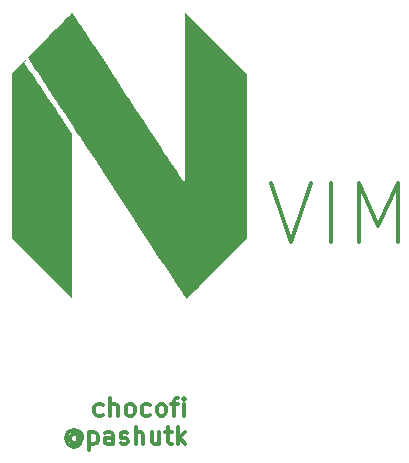
<source format=gto>
G04 #@! TF.GenerationSoftware,KiCad,Pcbnew,(6.0.10)*
G04 #@! TF.CreationDate,2023-01-07T13:36:28+01:00*
G04 #@! TF.ProjectId,chocofi-bottomplate,63686f63-6f66-4692-9d62-6f74746f6d70,2.1*
G04 #@! TF.SameCoordinates,Original*
G04 #@! TF.FileFunction,Legend,Top*
G04 #@! TF.FilePolarity,Positive*
%FSLAX46Y46*%
G04 Gerber Fmt 4.6, Leading zero omitted, Abs format (unit mm)*
G04 Created by KiCad (PCBNEW (6.0.10)) date 2023-01-07 13:36:28*
%MOMM*%
%LPD*%
G01*
G04 APERTURE LIST*
%ADD10C,0.300000*%
%ADD11C,2.700000*%
G04 APERTURE END LIST*
D10*
X133985714Y-78541904D02*
X135652380Y-83541904D01*
X137319047Y-78541904D01*
X138985714Y-83541904D02*
X138985714Y-78541904D01*
X141366666Y-83541904D02*
X141366666Y-78541904D01*
X143033333Y-82113333D01*
X144700000Y-78541904D01*
X144700000Y-83541904D01*
X119710714Y-98149642D02*
X119567857Y-98221071D01*
X119282142Y-98221071D01*
X119139285Y-98149642D01*
X119067857Y-98078214D01*
X118996428Y-97935357D01*
X118996428Y-97506785D01*
X119067857Y-97363928D01*
X119139285Y-97292500D01*
X119282142Y-97221071D01*
X119567857Y-97221071D01*
X119710714Y-97292500D01*
X120353571Y-98221071D02*
X120353571Y-96721071D01*
X120996428Y-98221071D02*
X120996428Y-97435357D01*
X120925000Y-97292500D01*
X120782142Y-97221071D01*
X120567857Y-97221071D01*
X120425000Y-97292500D01*
X120353571Y-97363928D01*
X121925000Y-98221071D02*
X121782142Y-98149642D01*
X121710714Y-98078214D01*
X121639285Y-97935357D01*
X121639285Y-97506785D01*
X121710714Y-97363928D01*
X121782142Y-97292500D01*
X121925000Y-97221071D01*
X122139285Y-97221071D01*
X122282142Y-97292500D01*
X122353571Y-97363928D01*
X122425000Y-97506785D01*
X122425000Y-97935357D01*
X122353571Y-98078214D01*
X122282142Y-98149642D01*
X122139285Y-98221071D01*
X121925000Y-98221071D01*
X123710714Y-98149642D02*
X123567857Y-98221071D01*
X123282142Y-98221071D01*
X123139285Y-98149642D01*
X123067857Y-98078214D01*
X122996428Y-97935357D01*
X122996428Y-97506785D01*
X123067857Y-97363928D01*
X123139285Y-97292500D01*
X123282142Y-97221071D01*
X123567857Y-97221071D01*
X123710714Y-97292500D01*
X124567857Y-98221071D02*
X124425000Y-98149642D01*
X124353571Y-98078214D01*
X124282142Y-97935357D01*
X124282142Y-97506785D01*
X124353571Y-97363928D01*
X124425000Y-97292500D01*
X124567857Y-97221071D01*
X124782142Y-97221071D01*
X124925000Y-97292500D01*
X124996428Y-97363928D01*
X125067857Y-97506785D01*
X125067857Y-97935357D01*
X124996428Y-98078214D01*
X124925000Y-98149642D01*
X124782142Y-98221071D01*
X124567857Y-98221071D01*
X125496428Y-97221071D02*
X126067857Y-97221071D01*
X125710714Y-98221071D02*
X125710714Y-96935357D01*
X125782142Y-96792500D01*
X125925000Y-96721071D01*
X126067857Y-96721071D01*
X126567857Y-98221071D02*
X126567857Y-97221071D01*
X126567857Y-96721071D02*
X126496428Y-96792500D01*
X126567857Y-96863928D01*
X126639285Y-96792500D01*
X126567857Y-96721071D01*
X126567857Y-96863928D01*
X117567857Y-99921785D02*
X117496428Y-99850357D01*
X117353571Y-99778928D01*
X117210714Y-99778928D01*
X117067857Y-99850357D01*
X116996428Y-99921785D01*
X116925000Y-100064642D01*
X116925000Y-100207500D01*
X116996428Y-100350357D01*
X117067857Y-100421785D01*
X117210714Y-100493214D01*
X117353571Y-100493214D01*
X117496428Y-100421785D01*
X117567857Y-100350357D01*
X117567857Y-99778928D02*
X117567857Y-100350357D01*
X117639285Y-100421785D01*
X117710714Y-100421785D01*
X117853571Y-100350357D01*
X117925000Y-100207500D01*
X117925000Y-99850357D01*
X117782142Y-99636071D01*
X117567857Y-99493214D01*
X117282142Y-99421785D01*
X116996428Y-99493214D01*
X116782142Y-99636071D01*
X116639285Y-99850357D01*
X116567857Y-100136071D01*
X116639285Y-100421785D01*
X116782142Y-100636071D01*
X116996428Y-100778928D01*
X117282142Y-100850357D01*
X117567857Y-100778928D01*
X117782142Y-100636071D01*
X118567857Y-99636071D02*
X118567857Y-101136071D01*
X118567857Y-99707500D02*
X118710714Y-99636071D01*
X118996428Y-99636071D01*
X119139285Y-99707500D01*
X119210714Y-99778928D01*
X119282142Y-99921785D01*
X119282142Y-100350357D01*
X119210714Y-100493214D01*
X119139285Y-100564642D01*
X118996428Y-100636071D01*
X118710714Y-100636071D01*
X118567857Y-100564642D01*
X120567857Y-100636071D02*
X120567857Y-99850357D01*
X120496428Y-99707500D01*
X120353571Y-99636071D01*
X120067857Y-99636071D01*
X119925000Y-99707500D01*
X120567857Y-100564642D02*
X120425000Y-100636071D01*
X120067857Y-100636071D01*
X119925000Y-100564642D01*
X119853571Y-100421785D01*
X119853571Y-100278928D01*
X119925000Y-100136071D01*
X120067857Y-100064642D01*
X120425000Y-100064642D01*
X120567857Y-99993214D01*
X121210714Y-100564642D02*
X121353571Y-100636071D01*
X121639285Y-100636071D01*
X121782142Y-100564642D01*
X121853571Y-100421785D01*
X121853571Y-100350357D01*
X121782142Y-100207500D01*
X121639285Y-100136071D01*
X121425000Y-100136071D01*
X121282142Y-100064642D01*
X121210714Y-99921785D01*
X121210714Y-99850357D01*
X121282142Y-99707500D01*
X121425000Y-99636071D01*
X121639285Y-99636071D01*
X121782142Y-99707500D01*
X122496428Y-100636071D02*
X122496428Y-99136071D01*
X123139285Y-100636071D02*
X123139285Y-99850357D01*
X123067857Y-99707500D01*
X122925000Y-99636071D01*
X122710714Y-99636071D01*
X122567857Y-99707500D01*
X122496428Y-99778928D01*
X124496428Y-99636071D02*
X124496428Y-100636071D01*
X123853571Y-99636071D02*
X123853571Y-100421785D01*
X123925000Y-100564642D01*
X124067857Y-100636071D01*
X124282142Y-100636071D01*
X124425000Y-100564642D01*
X124496428Y-100493214D01*
X124996428Y-99636071D02*
X125567857Y-99636071D01*
X125210714Y-99136071D02*
X125210714Y-100421785D01*
X125282142Y-100564642D01*
X125425000Y-100636071D01*
X125567857Y-100636071D01*
X126067857Y-100636071D02*
X126067857Y-99136071D01*
X126210714Y-100064642D02*
X126639285Y-100636071D01*
X126639285Y-99636071D02*
X126067857Y-100207500D01*
X120577428Y-75438000D02*
X120432285Y-75365428D01*
X120214571Y-75365428D01*
X119996857Y-75438000D01*
X119851714Y-75583142D01*
X119779142Y-75728285D01*
X119706571Y-76018571D01*
X119706571Y-76236285D01*
X119779142Y-76526571D01*
X119851714Y-76671714D01*
X119996857Y-76816857D01*
X120214571Y-76889428D01*
X120359714Y-76889428D01*
X120577428Y-76816857D01*
X120650000Y-76744285D01*
X120650000Y-76236285D01*
X120359714Y-76236285D01*
X121520857Y-75365428D02*
X121520857Y-75728285D01*
X121158000Y-75583142D02*
X121520857Y-75728285D01*
X121883714Y-75583142D01*
X121303142Y-76018571D02*
X121520857Y-75728285D01*
X121738571Y-76018571D01*
X122682000Y-75365428D02*
X122682000Y-75728285D01*
X122319142Y-75583142D02*
X122682000Y-75728285D01*
X123044857Y-75583142D01*
X122464285Y-76018571D02*
X122682000Y-75728285D01*
X122899714Y-76018571D01*
X123843142Y-75365428D02*
X123843142Y-75728285D01*
X123480285Y-75583142D02*
X123843142Y-75728285D01*
X124206000Y-75583142D01*
X123625428Y-76018571D02*
X123843142Y-75728285D01*
X124060857Y-76018571D01*
G36*
X117046645Y-64134310D02*
G01*
X117124907Y-64060788D01*
X117190610Y-64154412D01*
X117214372Y-64190112D01*
X117273011Y-64279086D01*
X117364983Y-64418980D01*
X117488746Y-64607439D01*
X117642755Y-64842107D01*
X117825466Y-65120628D01*
X118035336Y-65440648D01*
X118270821Y-65799811D01*
X118530377Y-66195763D01*
X118812461Y-66626147D01*
X119115528Y-67088609D01*
X119438036Y-67580793D01*
X119778440Y-68100345D01*
X120135196Y-68644908D01*
X120506762Y-69212127D01*
X120891592Y-69799648D01*
X121288144Y-70405115D01*
X121694874Y-71026173D01*
X121969677Y-71445812D01*
X122381633Y-72074883D01*
X122784089Y-72689392D01*
X123175523Y-73287016D01*
X123554412Y-73865434D01*
X123919234Y-74422324D01*
X124268467Y-74955363D01*
X124600589Y-75462229D01*
X124914078Y-75940600D01*
X125207412Y-76388155D01*
X125479068Y-76802571D01*
X125727524Y-77181525D01*
X125951259Y-77522697D01*
X126148750Y-77823763D01*
X126318474Y-78082402D01*
X126458911Y-78296292D01*
X126568538Y-78463110D01*
X126645832Y-78580534D01*
X126689271Y-78646243D01*
X126698705Y-78660210D01*
X126700089Y-78629054D01*
X126701244Y-78534398D01*
X126702173Y-78379233D01*
X126702879Y-78166552D01*
X126703364Y-77899347D01*
X126703630Y-77580609D01*
X126703680Y-77213329D01*
X126703518Y-76800500D01*
X126703144Y-76345113D01*
X126702563Y-75850160D01*
X126701776Y-75318634D01*
X126700787Y-74753524D01*
X126699597Y-74157825D01*
X126698209Y-73534526D01*
X126696626Y-72886620D01*
X126694851Y-72217099D01*
X126692886Y-71528954D01*
X126692391Y-71362697D01*
X126670412Y-64048561D01*
X131882840Y-69271737D01*
X131904954Y-69981805D01*
X131907247Y-70088984D01*
X131909475Y-70258893D01*
X131911624Y-70487774D01*
X131913684Y-70771863D01*
X131915643Y-71107402D01*
X131917488Y-71490629D01*
X131919207Y-71917783D01*
X131920789Y-72385104D01*
X131922222Y-72888830D01*
X131923493Y-73425201D01*
X131924590Y-73990456D01*
X131925502Y-74580834D01*
X131926217Y-75192575D01*
X131926723Y-75821917D01*
X131927007Y-76465100D01*
X131927068Y-76930632D01*
X131927068Y-83169391D01*
X129380806Y-85735481D01*
X129039119Y-86079476D01*
X128710205Y-86409924D01*
X128397124Y-86723787D01*
X128102935Y-87018029D01*
X127830699Y-87289611D01*
X127583476Y-87535497D01*
X127364325Y-87752649D01*
X127176305Y-87938030D01*
X127022477Y-88088602D01*
X126905900Y-88201329D01*
X126829635Y-88273174D01*
X126796741Y-88301098D01*
X126795924Y-88301358D01*
X126770067Y-88274386D01*
X126711927Y-88197375D01*
X126625444Y-88076042D01*
X126514560Y-87916106D01*
X126383216Y-87723286D01*
X126235354Y-87503299D01*
X126074915Y-87261864D01*
X125976701Y-87112811D01*
X125461800Y-86328940D01*
X124942837Y-85538839D01*
X124421511Y-84745099D01*
X123899526Y-83950314D01*
X123378583Y-83157076D01*
X122860383Y-82367975D01*
X122346629Y-81585606D01*
X121839022Y-80812560D01*
X121339263Y-80051429D01*
X120849055Y-79304806D01*
X120370099Y-78575283D01*
X119904097Y-77865452D01*
X119452750Y-77177906D01*
X119017760Y-76515235D01*
X118600830Y-75880034D01*
X118203660Y-75274894D01*
X117827953Y-74702407D01*
X117475409Y-74165166D01*
X117147732Y-73665762D01*
X116846622Y-73206789D01*
X116573781Y-72790838D01*
X116330911Y-72420501D01*
X116119714Y-72098371D01*
X115941891Y-71827040D01*
X115819345Y-71639953D01*
X115583816Y-71280319D01*
X115344820Y-70915510D01*
X115107079Y-70552726D01*
X114875311Y-70199162D01*
X114654238Y-69862017D01*
X114448577Y-69548488D01*
X114263051Y-69265772D01*
X114102377Y-69021067D01*
X113971277Y-68821570D01*
X113923302Y-68748637D01*
X113357103Y-67888241D01*
X113182931Y-68064603D01*
X113008760Y-68240965D01*
X113401424Y-68821072D01*
X113498769Y-68965055D01*
X113627800Y-69156160D01*
X113783089Y-69386340D01*
X113959210Y-69647543D01*
X114150738Y-69931720D01*
X114352245Y-70230822D01*
X114558306Y-70536799D01*
X114763495Y-70841603D01*
X114789761Y-70880629D01*
X115007835Y-71204625D01*
X115238444Y-71547178D01*
X115474334Y-71897518D01*
X115708253Y-72244877D01*
X115932948Y-72578485D01*
X116141166Y-72887573D01*
X116325656Y-73161372D01*
X116457824Y-73357461D01*
X117130214Y-74354843D01*
X117131389Y-81314408D01*
X117132565Y-88273973D01*
X114555994Y-85721038D01*
X111979424Y-83168102D01*
X111979424Y-69243625D01*
X114460106Y-66737937D01*
X114796889Y-66398278D01*
X115120837Y-66072576D01*
X115428862Y-65763879D01*
X115717881Y-65475235D01*
X115984806Y-65209691D01*
X116226552Y-64970297D01*
X116440034Y-64760099D01*
X116622165Y-64582146D01*
X116769860Y-64439485D01*
X116880032Y-64335165D01*
X116949597Y-64272232D01*
X116975321Y-64253591D01*
X116994706Y-64254003D01*
X116989119Y-64241383D01*
X116996367Y-64198171D01*
X117023583Y-64162757D01*
X117074224Y-64162757D01*
X117078772Y-64164922D01*
X117109112Y-64141517D01*
X117115942Y-64131676D01*
X117124414Y-64100594D01*
X117119866Y-64098430D01*
X117089526Y-64121834D01*
X117082696Y-64131676D01*
X117074224Y-64162757D01*
X117023583Y-64162757D01*
X117042075Y-64138695D01*
X117046645Y-64134310D01*
G37*
%LPC*%
D11*
X95000000Y-66802000D03*
X148971000Y-69850000D03*
X123952000Y-104140000D03*
X167005000Y-110363000D03*
X95000000Y-83820000D03*
M02*

</source>
